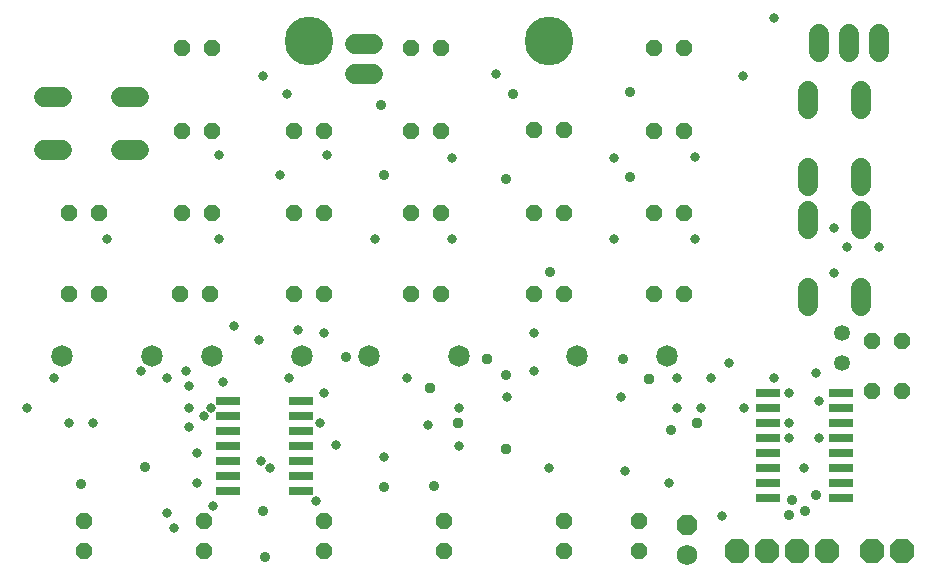
<source format=gbr>
G04 EAGLE Gerber X2 export*
%TF.Part,Single*%
%TF.FileFunction,Soldermask,Bot,1*%
%TF.FilePolarity,Negative*%
%TF.GenerationSoftware,Autodesk,EAGLE,9.1.0*%
%TF.CreationDate,2019-12-30T04:36:43Z*%
G75*
%MOMM*%
%FSLAX34Y34*%
%LPD*%
%AMOC8*
5,1,8,0,0,1.08239X$1,22.5*%
G01*
%ADD10C,4.127000*%
%ADD11P,1.457113X8X22.500000*%
%ADD12R,2.159000X0.787400*%
%ADD13C,1.346200*%
%ADD14P,2.226909X8X22.500000*%
%ADD15P,1.457113X8X292.500000*%
%ADD16C,1.827000*%
%ADD17C,1.651000*%
%ADD18P,1.869504X8X112.500000*%
%ADD19C,1.727200*%
%ADD20C,0.832600*%
%ADD21C,0.889000*%
%ADD22C,0.939800*%


D10*
X249206Y457454D03*
X452406Y457454D03*
D11*
X541306Y451580D03*
X566706Y451580D03*
X541306Y381413D03*
X566706Y381413D03*
X541306Y311245D03*
X566706Y311245D03*
X541306Y242697D03*
X566706Y242697D03*
D12*
X699040Y159004D03*
X637572Y159004D03*
X699040Y146304D03*
X699040Y133604D03*
X637572Y146304D03*
X637572Y133604D03*
X699040Y120904D03*
X637572Y120904D03*
X699040Y108204D03*
X637572Y108204D03*
X699040Y95504D03*
X699040Y82804D03*
X637572Y95504D03*
X637572Y82804D03*
X699040Y70104D03*
X637572Y70104D03*
D13*
X700056Y184404D03*
X700056Y209804D03*
D11*
X725456Y203454D03*
X750856Y203454D03*
X725456Y160560D03*
X750856Y160560D03*
D14*
X725456Y25654D03*
X750856Y25654D03*
X611156Y25654D03*
X636556Y25654D03*
X661956Y25654D03*
X687356Y25654D03*
D11*
X439706Y381572D03*
X465106Y381572D03*
X439706Y311404D03*
X465106Y311404D03*
X439706Y242792D03*
X465106Y242792D03*
D15*
X58706Y51054D03*
X58706Y25654D03*
X261906Y51054D03*
X261906Y25654D03*
D11*
X334994Y451580D03*
X360394Y451580D03*
X334994Y381413D03*
X360394Y381413D03*
X334994Y311245D03*
X360394Y311245D03*
X334994Y242634D03*
X360394Y242634D03*
X236506Y381254D03*
X261906Y381254D03*
X236506Y311404D03*
X261906Y311404D03*
X236506Y243110D03*
X261906Y243110D03*
D15*
X465106Y51054D03*
X465106Y25654D03*
X160306Y51054D03*
X160306Y25654D03*
D11*
X141256Y451104D03*
X166656Y451104D03*
X141256Y381254D03*
X166656Y381254D03*
X141256Y311404D03*
X166656Y311404D03*
X139700Y243110D03*
X165100Y243110D03*
X46006Y311404D03*
X71406Y311404D03*
X46006Y243110D03*
X71406Y243110D03*
D15*
X363506Y51054D03*
X363506Y25654D03*
X528606Y51054D03*
X528606Y25654D03*
D16*
X475901Y190405D03*
X552101Y190405D03*
X300006Y190754D03*
X376206Y190754D03*
X39656Y190754D03*
X115856Y190754D03*
D17*
X671100Y233172D02*
X671100Y248412D01*
X716312Y248412D02*
X716312Y233172D01*
X671100Y298196D02*
X671100Y313436D01*
X716312Y313436D02*
X716312Y298196D01*
X671100Y334772D02*
X671100Y350012D01*
X716312Y350012D02*
X716312Y334772D01*
X671100Y399796D02*
X671100Y415036D01*
X716312Y415036D02*
X716312Y399796D01*
D12*
X241840Y152654D03*
X180372Y152654D03*
X241840Y139954D03*
X241840Y127254D03*
X180372Y139954D03*
X180372Y127254D03*
X241840Y114554D03*
X180372Y114554D03*
X241840Y101854D03*
X241840Y89154D03*
X180372Y101854D03*
X180372Y89154D03*
X241840Y76454D03*
X180372Y76454D03*
D16*
X166656Y190754D03*
X242856Y190754D03*
D17*
X40164Y364998D02*
X24924Y364998D01*
X24924Y410210D02*
X40164Y410210D01*
X89948Y364998D02*
X105188Y364998D01*
X105188Y410210D02*
X89948Y410210D01*
D18*
X568928Y47466D03*
D19*
X568928Y22066D03*
D17*
X731711Y448215D02*
X731711Y463455D01*
X706311Y463455D02*
X706311Y448215D01*
X680911Y448215D02*
X680911Y463455D01*
X303213Y429133D02*
X287973Y429133D01*
X287973Y454533D02*
X303213Y454533D01*
D20*
X176181Y168529D03*
X147606Y165354D03*
X144431Y178054D03*
X106331Y178054D03*
X230251Y412274D03*
X224028Y343821D03*
D21*
X309594Y402939D03*
X312706Y343821D03*
X421608Y412274D03*
X415385Y340709D03*
X521176Y413830D03*
X521176Y342265D03*
X280035Y189802D03*
X415385Y174244D03*
X211582Y20225D03*
D20*
X655606Y159004D03*
X668306Y95504D03*
X10418Y146304D03*
X258118Y133632D03*
X349510Y132309D03*
X147606Y146304D03*
X128556Y57404D03*
X516509Y93345D03*
X655606Y133604D03*
D21*
X678307Y73120D03*
D20*
X681006Y120904D03*
X681006Y152654D03*
X655606Y120904D03*
D21*
X668973Y59119D03*
D20*
X617506Y146304D03*
D22*
X577183Y133795D03*
D21*
X555403Y127572D03*
X514953Y188246D03*
D20*
X560356Y146304D03*
X580962Y146304D03*
X512731Y155829D03*
X331756Y171704D03*
X588931Y171704D03*
X560257Y171704D03*
D22*
X536734Y171133D03*
D20*
X376206Y114554D03*
D22*
X399828Y188246D03*
X415385Y112014D03*
D20*
X452406Y95504D03*
X439706Y178054D03*
X439706Y209804D03*
X261906Y209804D03*
X261906Y159004D03*
D21*
X452723Y261366D03*
D22*
X351600Y163354D03*
X374936Y133795D03*
D20*
X254822Y68156D03*
X215837Y95504D03*
X167390Y63754D03*
X239681Y212979D03*
X207931Y101854D03*
X206705Y203736D03*
X231684Y171704D03*
X376269Y146304D03*
X312706Y105029D03*
D21*
X210026Y59119D03*
X312706Y79343D03*
D20*
X185706Y216154D03*
X160306Y139954D03*
X153956Y82804D03*
X153956Y108204D03*
X46006Y133604D03*
X65790Y133604D03*
X147606Y130429D03*
X166115Y146304D03*
D21*
X110458Y96457D03*
X56007Y82455D03*
D20*
X731203Y283147D03*
X704755Y283147D03*
X693706Y298704D03*
X693706Y260604D03*
X642906Y171704D03*
X598456Y54900D03*
X642906Y476504D03*
X604806Y184404D03*
X554006Y82804D03*
X128556Y171704D03*
X33306Y171704D03*
X134906Y44704D03*
X210026Y427831D03*
X407607Y429387D03*
X616077Y427831D03*
X575628Y359378D03*
X575628Y289370D03*
X507175Y357823D03*
X507175Y289370D03*
X370269Y289370D03*
X370269Y357823D03*
X304927Y289370D03*
X172688Y289370D03*
X77788Y289370D03*
X172688Y360934D03*
X264478Y360934D03*
X272256Y115126D03*
X416941Y155575D03*
D21*
X354711Y80899D03*
D20*
X678307Y175796D03*
D21*
X658082Y68453D03*
X654971Y56007D03*
M02*

</source>
